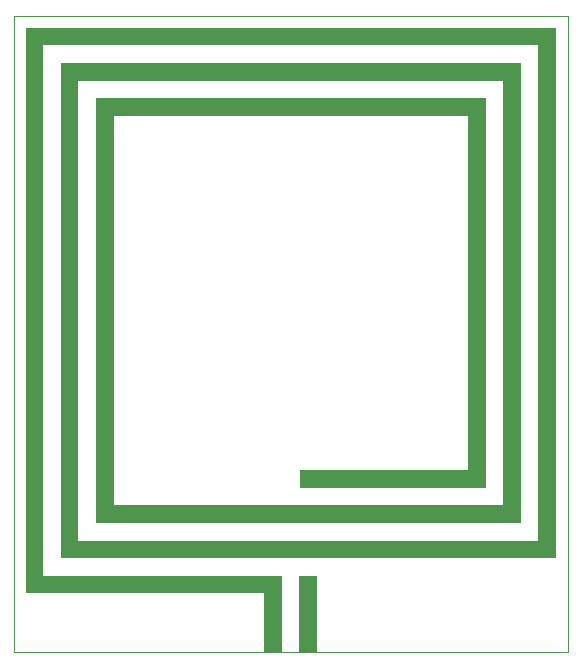
<source format=gbr>
G04 ===== Begin FILE IDENTIFICATION =====*
G04 File Format:  Gerber RS274X*
G04 ===== End FILE IDENTIFICATION =====*
%FSLAX24Y24*%
%MOIN*%
%SFA1.0000B1.0000*%
%OFA0.0B0.0*%
%ADD14C,0.023622*%
%ADD15R,0.058661X0.255512*%
%ADD16C,0.000001*%
%LNcond*%
%IPPOS*%
%LPD*%
G75*
D14*
X9425Y3819D03*
Y276D03*
G36*
G01X0Y0D02*
G01X7957D01*
G01Y-1969D01*
G01X8543D01*
G01Y587D01*
G01X587D01*
G01Y18264D01*
G01X17091D01*
G01Y1760D01*
G01X1760D01*
G01Y17091D01*
G01X15917D01*
G01Y2933D01*
G01X2933D01*
G01Y15917D01*
G01X14744D01*
G01Y4106D01*
G01X9130D01*
G01Y3520D01*
G01X15331D01*
G01Y16504D01*
G01X2346D01*
G01Y2346D01*
G01X16504D01*
G01Y17677D01*
G01X1173D01*
G01Y1173D01*
G01X17677D01*
G01Y18850D01*
G01X0D01*
G01Y0D01*
G37*
D15*
X9423Y-691D03*
D16*
G01X-394Y-1969D02*
G01X18071D01*

G01Y19244D01*

G01X-394D01*

G01Y-1969D01*
M02*


</source>
